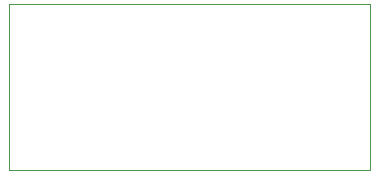
<source format=gm1>
G04 #@! TF.GenerationSoftware,KiCad,Pcbnew,9.0.4*
G04 #@! TF.CreationDate,2025-10-31T22:35:57+03:00*
G04 #@! TF.ProjectId,ECAD_main,45434144-5f6d-4616-996e-2e6b69636164,rev?*
G04 #@! TF.SameCoordinates,Original*
G04 #@! TF.FileFunction,Profile,NP*
%FSLAX46Y46*%
G04 Gerber Fmt 4.6, Leading zero omitted, Abs format (unit mm)*
G04 Created by KiCad (PCBNEW 9.0.4) date 2025-10-31 22:35:57*
%MOMM*%
%LPD*%
G01*
G04 APERTURE LIST*
G04 #@! TA.AperFunction,Profile*
%ADD10C,0.050000*%
G04 #@! TD*
G04 APERTURE END LIST*
D10*
X163751100Y-112003595D02*
X163751100Y-98003595D01*
X163751100Y-98003595D02*
X133251100Y-98003605D01*
X133251100Y-112003605D02*
X163751100Y-112003595D01*
X133251100Y-98003605D02*
X133251100Y-112003605D01*
M02*

</source>
